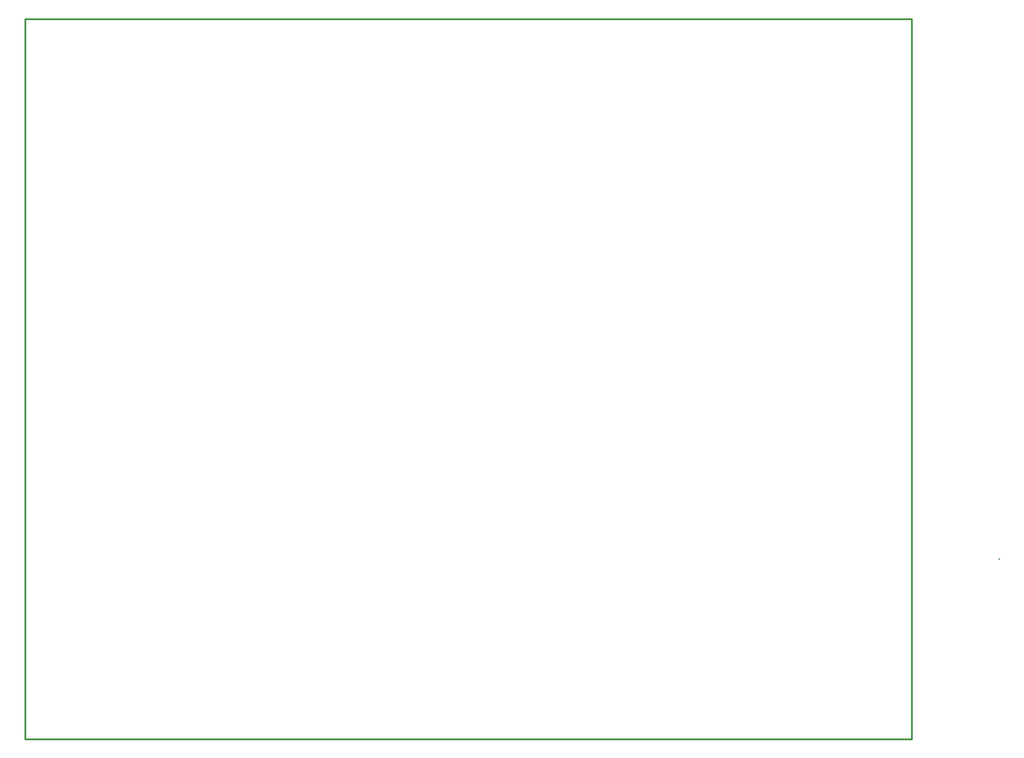
<source format=gko>
G04*
G04 #@! TF.GenerationSoftware,Altium Limited,Altium Designer,19.0.4 (130)*
G04*
G04 Layer_Color=16711935*
%FSLAX25Y25*%
%MOIN*%
G70*
G01*
G75*
%ADD11C,0.01000*%
D11*
X-131500Y-500D02*
X346000D01*
X-137500D02*
X-131500D01*
X-137500D02*
X-137500Y-393500D01*
X346000D01*
Y-500D01*
X393701Y-295276D02*
X393701Y-295276D01*
M02*

</source>
